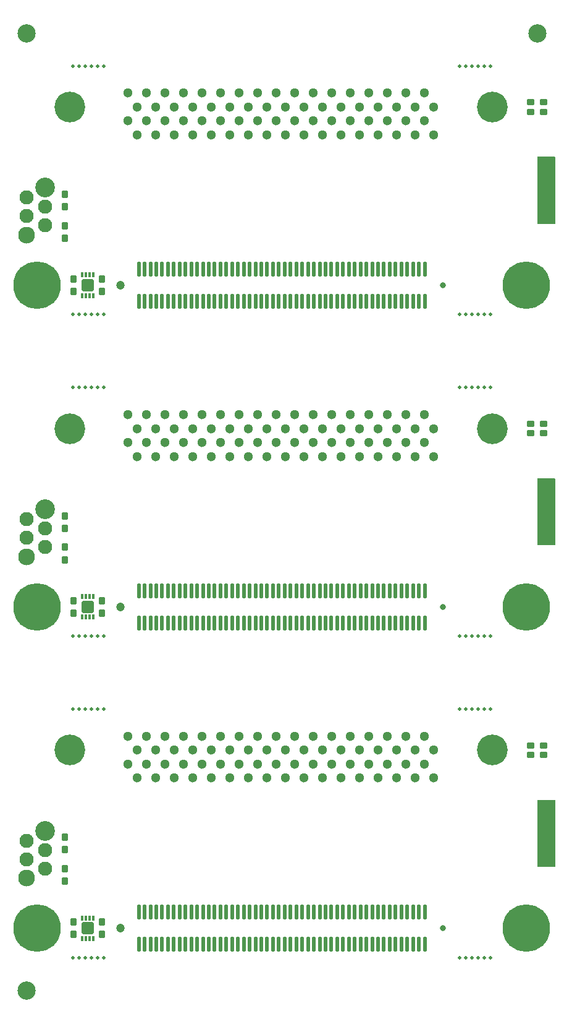
<source format=gts>
G04 #@! TF.GenerationSoftware,KiCad,Pcbnew,8.0.6*
G04 #@! TF.CreationDate,2024-11-07T02:27:43-08:00*
G04 #@! TF.ProjectId,mse-68-hd-panel,6d73652d-3638-42d6-9864-2d70616e656c,1*
G04 #@! TF.SameCoordinates,Original*
G04 #@! TF.FileFunction,Soldermask,Top*
G04 #@! TF.FilePolarity,Negative*
%FSLAX46Y46*%
G04 Gerber Fmt 4.6, Leading zero omitted, Abs format (unit mm)*
G04 Created by KiCad (PCBNEW 8.0.6) date 2024-11-07 02:27:43*
%MOMM*%
%LPD*%
G01*
G04 APERTURE LIST*
G04 Aperture macros list*
%AMRoundRect*
0 Rectangle with rounded corners*
0 $1 Rounding radius*
0 $2 $3 $4 $5 $6 $7 $8 $9 X,Y pos of 4 corners*
0 Add a 4 corners polygon primitive as box body*
4,1,4,$2,$3,$4,$5,$6,$7,$8,$9,$2,$3,0*
0 Add four circle primitives for the rounded corners*
1,1,$1+$1,$2,$3*
1,1,$1+$1,$4,$5*
1,1,$1+$1,$6,$7*
1,1,$1+$1,$8,$9*
0 Add four rect primitives between the rounded corners*
20,1,$1+$1,$2,$3,$4,$5,0*
20,1,$1+$1,$4,$5,$6,$7,0*
20,1,$1+$1,$6,$7,$8,$9,0*
20,1,$1+$1,$8,$9,$2,$3,0*%
G04 Aperture macros list end*
%ADD10C,0.500000*%
%ADD11RoundRect,0.225000X-0.225000X0.275000X-0.225000X-0.275000X0.225000X-0.275000X0.225000X0.275000X0*%
%ADD12C,2.300000*%
%ADD13C,2.700000*%
%ADD14C,1.950000*%
%ADD15RoundRect,0.062500X0.137500X-0.287500X0.137500X0.287500X-0.137500X0.287500X-0.137500X-0.287500X0*%
%ADD16RoundRect,0.265625X0.584375X-0.584375X0.584375X0.584375X-0.584375X0.584375X-0.584375X-0.584375X0*%
%ADD17C,2.500000*%
%ADD18RoundRect,0.225000X0.225000X-0.275000X0.225000X0.275000X-0.225000X0.275000X-0.225000X-0.275000X0*%
%ADD19RoundRect,0.225000X-0.275000X-0.225000X0.275000X-0.225000X0.275000X0.225000X-0.275000X0.225000X0*%
%ADD20C,6.500000*%
%ADD21RoundRect,0.225000X0.275000X0.225000X-0.275000X0.225000X-0.275000X-0.225000X0.275000X-0.225000X0*%
%ADD22C,0.800000*%
%ADD23C,1.200000*%
%ADD24RoundRect,0.125000X0.125000X0.925000X-0.125000X0.925000X-0.125000X-0.925000X0.125000X-0.925000X0*%
%ADD25C,1.300000*%
%ADD26C,4.200000*%
G04 APERTURE END LIST*
D10*
G04 #@! TO.C,KiKit_MB_2_5*
X-62739400Y129002000D03*
G04 #@! TD*
G04 #@! TO.C,KiKit_MB_1_2*
X-9739401Y95002000D03*
G04 #@! TD*
D11*
G04 #@! TO.C,R2*
X-67200000Y111452000D03*
X-67200000Y109752000D03*
G04 #@! TD*
D10*
G04 #@! TO.C,KiKit_MB_4_3*
X-63579800Y95002000D03*
G04 #@! TD*
G04 #@! TO.C,KiKit_MB_6_1*
X-66100999Y85002000D03*
G04 #@! TD*
D12*
G04 #@! TO.C,J3*
X-72440000Y61872000D03*
D13*
X-69900000Y68342000D03*
D14*
X-72440000Y67012000D03*
X-69900000Y65742000D03*
X-72440000Y64472000D03*
X-69900000Y63202000D03*
G04 #@! TD*
D10*
G04 #@! TO.C,KiKit_MB_2_3*
X-64420199Y129002000D03*
G04 #@! TD*
D15*
G04 #@! TO.C,U1*
X-64850001Y97602000D03*
X-64350000Y97602000D03*
X-63850000Y97602000D03*
X-63349999Y97602000D03*
X-63349999Y100402000D03*
X-63850000Y100402000D03*
X-64350000Y100402000D03*
X-64850001Y100402000D03*
D16*
X-64100000Y99002000D03*
G04 #@! TD*
D11*
G04 #@! TO.C,R2*
X-67200000Y23452000D03*
X-67200000Y21752000D03*
G04 #@! TD*
D10*
G04 #@! TO.C,KiKit_MB_3_6*
X-8899001Y129002000D03*
G04 #@! TD*
D17*
G04 #@! TO.C,KiKit_FID_T_3*
X-72500000Y2500000D03*
G04 #@! TD*
D10*
G04 #@! TO.C,KiKit_MB_12_1*
X-61899000Y7002000D03*
G04 #@! TD*
G04 #@! TO.C,KiKit_MB_5_2*
X-9739401Y51002000D03*
G04 #@! TD*
G04 #@! TO.C,KiKit_MB_12_2*
X-62739400Y7002000D03*
G04 #@! TD*
G04 #@! TO.C,KiKit_MB_7_5*
X-9739401Y85002000D03*
G04 #@! TD*
D17*
G04 #@! TO.C,KiKit_FID_T_1*
X-72500000Y133503500D03*
G04 #@! TD*
D10*
G04 #@! TO.C,KiKit_MB_4_5*
X-65260599Y95002000D03*
G04 #@! TD*
G04 #@! TO.C,KiKit_MB_10_2*
X-65260599Y41002000D03*
G04 #@! TD*
D15*
G04 #@! TO.C,U1*
X-64850001Y9602000D03*
X-64350000Y9602000D03*
X-63850000Y9602000D03*
X-63349999Y9602000D03*
X-63349999Y12402000D03*
X-63850000Y12402000D03*
X-64350000Y12402000D03*
X-64850001Y12402000D03*
D16*
X-64100000Y11002000D03*
G04 #@! TD*
D10*
G04 #@! TO.C,KiKit_MB_10_1*
X-66100999Y41002000D03*
G04 #@! TD*
D18*
G04 #@! TO.C,R3*
X-67200000Y17452000D03*
X-67200000Y19152000D03*
G04 #@! TD*
G04 #@! TO.C,C1*
X-66050000Y54152000D03*
X-66050000Y55852000D03*
G04 #@! TD*
D10*
G04 #@! TO.C,KiKit_MB_7_3*
X-11420200Y85002000D03*
G04 #@! TD*
G04 #@! TO.C,KiKit_MB_5_4*
X-11420200Y51002000D03*
G04 #@! TD*
G04 #@! TO.C,KiKit_MB_10_4*
X-63579800Y41002000D03*
G04 #@! TD*
G04 #@! TO.C,KiKit_MB_11_2*
X-12260600Y41002000D03*
G04 #@! TD*
D18*
G04 #@! TO.C,R3*
X-67200000Y105452000D03*
X-67200000Y107152000D03*
G04 #@! TD*
D10*
G04 #@! TO.C,KiKit_MB_5_1*
X-8899001Y51002000D03*
G04 #@! TD*
G04 #@! TO.C,KiKit_MB_7_1*
X-13101000Y85002000D03*
G04 #@! TD*
D19*
G04 #@! TO.C,R4*
X-3350000Y34752000D03*
X-1650000Y34752000D03*
G04 #@! TD*
D10*
G04 #@! TO.C,KiKit_MB_5_3*
X-10579801Y51002000D03*
G04 #@! TD*
G04 #@! TO.C,KiKit_MB_10_6*
X-61899000Y41002000D03*
G04 #@! TD*
G04 #@! TO.C,KiKit_MB_8_5*
X-65260599Y51002000D03*
G04 #@! TD*
D20*
G04 #@! TO.C,H4*
X-4000000Y99002000D03*
G04 #@! TD*
D10*
G04 #@! TO.C,KiKit_MB_11_1*
X-13101000Y41002000D03*
G04 #@! TD*
D21*
G04 #@! TO.C,C2*
X-1650000Y80052000D03*
X-3350000Y80052000D03*
G04 #@! TD*
D10*
G04 #@! TO.C,KiKit_MB_6_3*
X-64420199Y85002000D03*
G04 #@! TD*
D20*
G04 #@! TO.C,H4*
X-4000000Y11002000D03*
G04 #@! TD*
D10*
G04 #@! TO.C,KiKit_MB_12_5*
X-65260599Y7002000D03*
G04 #@! TD*
D18*
G04 #@! TO.C,C1*
X-66050000Y98152000D03*
X-66050000Y99852000D03*
G04 #@! TD*
D12*
G04 #@! TO.C,J3*
X-72440000Y17872000D03*
D13*
X-69900000Y24342000D03*
D14*
X-72440000Y23012000D03*
X-69900000Y21742000D03*
X-72440000Y20472000D03*
X-69900000Y19202000D03*
G04 #@! TD*
D10*
G04 #@! TO.C,KiKit_MB_6_4*
X-63579800Y85002000D03*
G04 #@! TD*
D22*
G04 #@! TO.C,J1*
X-15400000Y11002000D03*
D23*
X-59600000Y11002000D03*
D24*
X-57100000Y8802000D03*
X-57100000Y13202000D03*
X-56300000Y8802001D03*
X-56300000Y13201999D03*
X-55500000Y8802000D03*
X-55500000Y13202000D03*
X-54700001Y8802000D03*
X-54700001Y13202000D03*
X-53900000Y8802000D03*
X-53900000Y13202000D03*
X-53100000Y8802000D03*
X-53100000Y13202000D03*
X-52299999Y8802000D03*
X-52299999Y13202000D03*
X-51500000Y8802000D03*
X-51500000Y13202000D03*
X-50700000Y8802001D03*
X-50700000Y13201999D03*
X-49900000Y8802000D03*
X-49900000Y13202000D03*
X-49100000Y8802000D03*
X-49100000Y13202000D03*
X-48300000Y8802000D03*
X-48300000Y13202000D03*
X-47500000Y8802000D03*
X-47500000Y13202000D03*
X-46699999Y8802000D03*
X-46699999Y13202000D03*
X-45900000Y8802000D03*
X-45900000Y13202000D03*
X-45100000Y8802001D03*
X-45100000Y13201999D03*
X-44300000Y8802000D03*
X-44300000Y13202000D03*
X-43500000Y8802000D03*
X-43500000Y13202000D03*
X-42700000Y8802000D03*
X-42700000Y13202000D03*
X-41900000Y8802000D03*
X-41900000Y13202000D03*
X-41099999Y8802000D03*
X-41099999Y13202000D03*
X-40300000Y8802000D03*
X-40300000Y13202000D03*
X-39500000Y8802001D03*
X-39500000Y13201999D03*
X-38700000Y8802000D03*
X-38700000Y13202000D03*
X-37900000Y8802000D03*
X-37900000Y13202000D03*
X-37100000Y8802000D03*
X-37100000Y13202000D03*
X-36300000Y8802000D03*
X-36300000Y13202000D03*
X-35500000Y8802001D03*
X-35500000Y13201999D03*
X-34700000Y8802000D03*
X-34700000Y13202000D03*
X-33900001Y8802000D03*
X-33900001Y13202000D03*
X-33100000Y8802000D03*
X-33100000Y13202000D03*
X-32300000Y8802000D03*
X-32300000Y13202000D03*
X-31500000Y8802000D03*
X-31500000Y13202000D03*
X-30700000Y8802000D03*
X-30700000Y13202000D03*
X-29900000Y8802001D03*
X-29900000Y13201999D03*
X-29100000Y8802000D03*
X-29100000Y13202000D03*
X-28300001Y8802000D03*
X-28300001Y13202000D03*
X-27500000Y8802000D03*
X-27500000Y13202000D03*
X-26700000Y8802000D03*
X-26700000Y13202000D03*
X-25900000Y8802000D03*
X-25900000Y13202000D03*
X-25100000Y8802000D03*
X-25100000Y13202000D03*
X-24300000Y8802001D03*
X-24300000Y13201999D03*
X-23500000Y8802000D03*
X-23500000Y13202000D03*
X-22700001Y8802000D03*
X-22700001Y13202000D03*
X-21900000Y8802000D03*
X-21900000Y13202000D03*
X-21100000Y8802000D03*
X-21100000Y13202000D03*
X-20299999Y8802000D03*
X-20299999Y13202000D03*
X-19500000Y8802000D03*
X-19500000Y13202000D03*
X-18700000Y8802001D03*
X-18700000Y13201999D03*
X-17900000Y8802000D03*
X-17900000Y13202000D03*
G04 #@! TD*
D20*
G04 #@! TO.C,H3*
X-71000000Y11002000D03*
G04 #@! TD*
D22*
G04 #@! TO.C,J1*
X-15400000Y99002000D03*
D23*
X-59600000Y99002000D03*
D24*
X-57100000Y96802000D03*
X-57100000Y101202000D03*
X-56300000Y96802001D03*
X-56300000Y101201999D03*
X-55500000Y96802000D03*
X-55500000Y101202000D03*
X-54700001Y96802000D03*
X-54700001Y101202000D03*
X-53900000Y96802000D03*
X-53900000Y101202000D03*
X-53100000Y96802000D03*
X-53100000Y101202000D03*
X-52299999Y96802000D03*
X-52299999Y101202000D03*
X-51500000Y96802000D03*
X-51500000Y101202000D03*
X-50700000Y96802001D03*
X-50700000Y101201999D03*
X-49900000Y96802000D03*
X-49900000Y101202000D03*
X-49100000Y96802000D03*
X-49100000Y101202000D03*
X-48300000Y96802000D03*
X-48300000Y101202000D03*
X-47500000Y96802000D03*
X-47500000Y101202000D03*
X-46699999Y96802000D03*
X-46699999Y101202000D03*
X-45900000Y96802000D03*
X-45900000Y101202000D03*
X-45100000Y96802001D03*
X-45100000Y101201999D03*
X-44300000Y96802000D03*
X-44300000Y101202000D03*
X-43500000Y96802000D03*
X-43500000Y101202000D03*
X-42700000Y96802000D03*
X-42700000Y101202000D03*
X-41900000Y96802000D03*
X-41900000Y101202000D03*
X-41099999Y96802000D03*
X-41099999Y101202000D03*
X-40300000Y96802000D03*
X-40300000Y101202000D03*
X-39500000Y96802001D03*
X-39500000Y101201999D03*
X-38700000Y96802000D03*
X-38700000Y101202000D03*
X-37900000Y96802000D03*
X-37900000Y101202000D03*
X-37100000Y96802000D03*
X-37100000Y101202000D03*
X-36300000Y96802000D03*
X-36300000Y101202000D03*
X-35500000Y96802001D03*
X-35500000Y101201999D03*
X-34700000Y96802000D03*
X-34700000Y101202000D03*
X-33900001Y96802000D03*
X-33900001Y101202000D03*
X-33100000Y96802000D03*
X-33100000Y101202000D03*
X-32300000Y96802000D03*
X-32300000Y101202000D03*
X-31500000Y96802000D03*
X-31500000Y101202000D03*
X-30700000Y96802000D03*
X-30700000Y101202000D03*
X-29900000Y96802001D03*
X-29900000Y101201999D03*
X-29100000Y96802000D03*
X-29100000Y101202000D03*
X-28300001Y96802000D03*
X-28300001Y101202000D03*
X-27500000Y96802000D03*
X-27500000Y101202000D03*
X-26700000Y96802000D03*
X-26700000Y101202000D03*
X-25900000Y96802000D03*
X-25900000Y101202000D03*
X-25100000Y96802000D03*
X-25100000Y101202000D03*
X-24300000Y96802001D03*
X-24300000Y101201999D03*
X-23500000Y96802000D03*
X-23500000Y101202000D03*
X-22700001Y96802000D03*
X-22700001Y101202000D03*
X-21900000Y96802000D03*
X-21900000Y101202000D03*
X-21100000Y96802000D03*
X-21100000Y101202000D03*
X-20299999Y96802000D03*
X-20299999Y101202000D03*
X-19500000Y96802000D03*
X-19500000Y101202000D03*
X-18700000Y96802001D03*
X-18700000Y101201999D03*
X-17900000Y96802000D03*
X-17900000Y101202000D03*
G04 #@! TD*
D10*
G04 #@! TO.C,KiKit_MB_6_2*
X-65260599Y85002000D03*
G04 #@! TD*
D11*
G04 #@! TO.C,R2*
X-67200000Y67452000D03*
X-67200000Y65752000D03*
G04 #@! TD*
D10*
G04 #@! TO.C,KiKit_MB_3_1*
X-13101000Y129002000D03*
G04 #@! TD*
G04 #@! TO.C,KiKit_MB_7_4*
X-10579801Y85002000D03*
G04 #@! TD*
G04 #@! TO.C,KiKit_MB_8_3*
X-63579800Y51002000D03*
G04 #@! TD*
D22*
G04 #@! TO.C,J1*
X-15400000Y55002000D03*
D23*
X-59600000Y55002000D03*
D24*
X-57100000Y52802000D03*
X-57100000Y57202000D03*
X-56300000Y52802001D03*
X-56300000Y57201999D03*
X-55500000Y52802000D03*
X-55500000Y57202000D03*
X-54700001Y52802000D03*
X-54700001Y57202000D03*
X-53900000Y52802000D03*
X-53900000Y57202000D03*
X-53100000Y52802000D03*
X-53100000Y57202000D03*
X-52299999Y52802000D03*
X-52299999Y57202000D03*
X-51500000Y52802000D03*
X-51500000Y57202000D03*
X-50700000Y52802001D03*
X-50700000Y57201999D03*
X-49900000Y52802000D03*
X-49900000Y57202000D03*
X-49100000Y52802000D03*
X-49100000Y57202000D03*
X-48300000Y52802000D03*
X-48300000Y57202000D03*
X-47500000Y52802000D03*
X-47500000Y57202000D03*
X-46699999Y52802000D03*
X-46699999Y57202000D03*
X-45900000Y52802000D03*
X-45900000Y57202000D03*
X-45100000Y52802001D03*
X-45100000Y57201999D03*
X-44300000Y52802000D03*
X-44300000Y57202000D03*
X-43500000Y52802000D03*
X-43500000Y57202000D03*
X-42700000Y52802000D03*
X-42700000Y57202000D03*
X-41900000Y52802000D03*
X-41900000Y57202000D03*
X-41099999Y52802000D03*
X-41099999Y57202000D03*
X-40300000Y52802000D03*
X-40300000Y57202000D03*
X-39500000Y52802001D03*
X-39500000Y57201999D03*
X-38700000Y52802000D03*
X-38700000Y57202000D03*
X-37900000Y52802000D03*
X-37900000Y57202000D03*
X-37100000Y52802000D03*
X-37100000Y57202000D03*
X-36300000Y52802000D03*
X-36300000Y57202000D03*
X-35500000Y52802001D03*
X-35500000Y57201999D03*
X-34700000Y52802000D03*
X-34700000Y57202000D03*
X-33900001Y52802000D03*
X-33900001Y57202000D03*
X-33100000Y52802000D03*
X-33100000Y57202000D03*
X-32300000Y52802000D03*
X-32300000Y57202000D03*
X-31500000Y52802000D03*
X-31500000Y57202000D03*
X-30700000Y52802000D03*
X-30700000Y57202000D03*
X-29900000Y52802001D03*
X-29900000Y57201999D03*
X-29100000Y52802000D03*
X-29100000Y57202000D03*
X-28300001Y52802000D03*
X-28300001Y57202000D03*
X-27500000Y52802000D03*
X-27500000Y57202000D03*
X-26700000Y52802000D03*
X-26700000Y57202000D03*
X-25900000Y52802000D03*
X-25900000Y57202000D03*
X-25100000Y52802000D03*
X-25100000Y57202000D03*
X-24300000Y52802001D03*
X-24300000Y57201999D03*
X-23500000Y52802000D03*
X-23500000Y57202000D03*
X-22700001Y52802000D03*
X-22700001Y57202000D03*
X-21900000Y52802000D03*
X-21900000Y57202000D03*
X-21100000Y52802000D03*
X-21100000Y57202000D03*
X-20299999Y52802000D03*
X-20299999Y57202000D03*
X-19500000Y52802000D03*
X-19500000Y57202000D03*
X-18700000Y52802001D03*
X-18700000Y57201999D03*
X-17900000Y52802000D03*
X-17900000Y57202000D03*
G04 #@! TD*
D10*
G04 #@! TO.C,KiKit_MB_9_5*
X-12260600Y7002000D03*
G04 #@! TD*
G04 #@! TO.C,KiKit_MB_1_1*
X-8899001Y95002000D03*
G04 #@! TD*
D18*
G04 #@! TO.C,R1*
X-62150000Y98152000D03*
X-62150000Y99852000D03*
G04 #@! TD*
D25*
G04 #@! TO.C,J4*
X-58550000Y121486001D03*
X-57280000Y119581000D03*
X-56010000Y121486001D03*
X-54739999Y119581000D03*
X-53470000Y121486001D03*
X-52199999Y119581000D03*
X-50930000Y121486000D03*
X-49659999Y119581000D03*
X-48390000Y121486001D03*
X-47119999Y119581000D03*
X-45850000Y121486001D03*
X-44579998Y119581000D03*
X-43310000Y121486001D03*
X-42039999Y119581000D03*
X-40770000Y121486000D03*
X-39499999Y119581000D03*
X-38230000Y121486000D03*
X-36959999Y119581000D03*
X-35690000Y121486001D03*
X-34420000Y119581000D03*
X-33150000Y121486001D03*
X-31879999Y119581000D03*
X-30610000Y121486001D03*
X-29339999Y119581000D03*
X-28070000Y121486000D03*
X-26799999Y119581000D03*
X-25530000Y121486001D03*
X-24259999Y119581000D03*
X-22990000Y121486001D03*
X-21719998Y119581000D03*
X-20450000Y121486001D03*
X-19179999Y119581000D03*
X-17910000Y121486000D03*
X-16639999Y119581000D03*
X-58550000Y125296000D03*
X-57280000Y123391000D03*
X-56010000Y125296000D03*
X-54740000Y123391000D03*
X-53470000Y125296000D03*
X-52200000Y123391000D03*
X-50930000Y125296000D03*
X-49660000Y123391000D03*
X-48390000Y125296000D03*
X-47120000Y123391000D03*
X-45850000Y125296000D03*
X-44580000Y123391000D03*
X-43310000Y125296000D03*
X-42040000Y123391000D03*
X-40770000Y125296000D03*
X-39500000Y123391000D03*
X-38230000Y125296000D03*
X-36960000Y123391000D03*
X-35690000Y125296000D03*
X-34420000Y123391000D03*
X-33150000Y125296000D03*
X-31880000Y123391000D03*
X-30610000Y125296000D03*
X-29340000Y123391000D03*
X-28070000Y125296000D03*
X-26800000Y123391000D03*
X-25530000Y125296000D03*
X-24260000Y123391000D03*
X-22990000Y125296000D03*
X-21720000Y123391000D03*
X-20450000Y125296000D03*
X-19180000Y123391000D03*
X-17910000Y125296000D03*
X-16640000Y123391000D03*
D26*
X-8639000Y123391000D03*
X-66550000Y123391000D03*
G04 #@! TD*
D10*
G04 #@! TO.C,KiKit_MB_8_2*
X-62739400Y51002000D03*
G04 #@! TD*
D20*
G04 #@! TO.C,H3*
X-71000000Y99002000D03*
G04 #@! TD*
D10*
G04 #@! TO.C,KiKit_MB_3_4*
X-10579801Y129002000D03*
G04 #@! TD*
D19*
G04 #@! TO.C,R4*
X-3350000Y122752000D03*
X-1650000Y122752000D03*
G04 #@! TD*
D10*
G04 #@! TO.C,KiKit_MB_8_1*
X-61899000Y51002000D03*
G04 #@! TD*
G04 #@! TO.C,KiKit_MB_8_4*
X-64420199Y51002000D03*
G04 #@! TD*
D25*
G04 #@! TO.C,J4*
X-58550000Y33486001D03*
X-57280000Y31581000D03*
X-56010000Y33486001D03*
X-54739999Y31581000D03*
X-53470000Y33486001D03*
X-52199999Y31581000D03*
X-50930000Y33486000D03*
X-49659999Y31581000D03*
X-48390000Y33486001D03*
X-47119999Y31581000D03*
X-45850000Y33486001D03*
X-44579998Y31581000D03*
X-43310000Y33486001D03*
X-42039999Y31581000D03*
X-40770000Y33486000D03*
X-39499999Y31581000D03*
X-38230000Y33486000D03*
X-36959999Y31581000D03*
X-35690000Y33486001D03*
X-34420000Y31581000D03*
X-33150000Y33486001D03*
X-31879999Y31581000D03*
X-30610000Y33486001D03*
X-29339999Y31581000D03*
X-28070000Y33486000D03*
X-26799999Y31581000D03*
X-25530000Y33486001D03*
X-24259999Y31581000D03*
X-22990000Y33486001D03*
X-21719998Y31581000D03*
X-20450000Y33486001D03*
X-19179999Y31581000D03*
X-17910000Y33486000D03*
X-16639999Y31581000D03*
X-58550000Y37296000D03*
X-57280000Y35391000D03*
X-56010000Y37296000D03*
X-54740000Y35391000D03*
X-53470000Y37296000D03*
X-52200000Y35391000D03*
X-50930000Y37296000D03*
X-49660000Y35391000D03*
X-48390000Y37296000D03*
X-47120000Y35391000D03*
X-45850000Y37296000D03*
X-44580000Y35391000D03*
X-43310000Y37296000D03*
X-42040000Y35391000D03*
X-40770000Y37296000D03*
X-39500000Y35391000D03*
X-38230000Y37296000D03*
X-36960000Y35391000D03*
X-35690000Y37296000D03*
X-34420000Y35391000D03*
X-33150000Y37296000D03*
X-31880000Y35391000D03*
X-30610000Y37296000D03*
X-29340000Y35391000D03*
X-28070000Y37296000D03*
X-26800000Y35391000D03*
X-25530000Y37296000D03*
X-24260000Y35391000D03*
X-22990000Y37296000D03*
X-21720000Y35391000D03*
X-20450000Y37296000D03*
X-19180000Y35391000D03*
X-17910000Y37296000D03*
X-16640000Y35391000D03*
D26*
X-8639000Y35391000D03*
X-66550000Y35391000D03*
G04 #@! TD*
D18*
G04 #@! TO.C,R1*
X-62150000Y10152000D03*
X-62150000Y11852000D03*
G04 #@! TD*
D19*
G04 #@! TO.C,R4*
X-3350000Y78752000D03*
X-1650000Y78752000D03*
G04 #@! TD*
D10*
G04 #@! TO.C,KiKit_MB_11_4*
X-10579801Y41002000D03*
G04 #@! TD*
G04 #@! TO.C,KiKit_MB_9_1*
X-8899001Y7002000D03*
G04 #@! TD*
D15*
G04 #@! TO.C,U1*
X-64850001Y53602000D03*
X-64350000Y53602000D03*
X-63850000Y53602000D03*
X-63349999Y53602000D03*
X-63349999Y56402000D03*
X-63850000Y56402000D03*
X-64350000Y56402000D03*
X-64850001Y56402000D03*
D16*
X-64100000Y55002000D03*
G04 #@! TD*
D10*
G04 #@! TO.C,KiKit_MB_2_1*
X-66100999Y129002000D03*
G04 #@! TD*
G04 #@! TO.C,KiKit_MB_7_2*
X-12260600Y85002000D03*
G04 #@! TD*
D20*
G04 #@! TO.C,H4*
X-4000000Y55002000D03*
G04 #@! TD*
G04 #@! TO.C,H3*
X-71000000Y55002000D03*
G04 #@! TD*
D10*
G04 #@! TO.C,KiKit_MB_2_4*
X-63579800Y129002000D03*
G04 #@! TD*
G04 #@! TO.C,KiKit_MB_4_1*
X-61899000Y95002000D03*
G04 #@! TD*
G04 #@! TO.C,KiKit_MB_10_3*
X-64420199Y41002000D03*
G04 #@! TD*
G04 #@! TO.C,KiKit_MB_7_6*
X-8899001Y85002000D03*
G04 #@! TD*
G04 #@! TO.C,KiKit_MB_6_5*
X-62739400Y85002000D03*
G04 #@! TD*
G04 #@! TO.C,KiKit_MB_12_6*
X-66100999Y7002000D03*
G04 #@! TD*
G04 #@! TO.C,KiKit_MB_5_6*
X-13101000Y51002000D03*
G04 #@! TD*
G04 #@! TO.C,KiKit_MB_11_3*
X-11420200Y41002000D03*
G04 #@! TD*
G04 #@! TO.C,KiKit_MB_1_4*
X-11420200Y95002000D03*
G04 #@! TD*
G04 #@! TO.C,KiKit_MB_1_6*
X-13101000Y95002000D03*
G04 #@! TD*
G04 #@! TO.C,KiKit_MB_5_5*
X-12260600Y51002000D03*
G04 #@! TD*
G04 #@! TO.C,KiKit_MB_4_2*
X-62739400Y95002000D03*
G04 #@! TD*
G04 #@! TO.C,KiKit_MB_1_3*
X-10579801Y95002000D03*
G04 #@! TD*
G04 #@! TO.C,KiKit_MB_2_6*
X-61899000Y129002000D03*
G04 #@! TD*
G04 #@! TO.C,KiKit_MB_6_6*
X-61899000Y85002000D03*
G04 #@! TD*
G04 #@! TO.C,KiKit_MB_9_3*
X-10579801Y7002000D03*
G04 #@! TD*
D12*
G04 #@! TO.C,J3*
X-72440000Y105872000D03*
D13*
X-69900000Y112342000D03*
D14*
X-72440000Y111012000D03*
X-69900000Y109742000D03*
X-72440000Y108472000D03*
X-69900000Y107202000D03*
G04 #@! TD*
D10*
G04 #@! TO.C,KiKit_MB_8_6*
X-66100999Y51002000D03*
G04 #@! TD*
D18*
G04 #@! TO.C,C1*
X-66050000Y10152000D03*
X-66050000Y11852000D03*
G04 #@! TD*
D10*
G04 #@! TO.C,KiKit_MB_12_3*
X-63579800Y7002000D03*
G04 #@! TD*
D21*
G04 #@! TO.C,C2*
X-1650000Y124052000D03*
X-3350000Y124052000D03*
G04 #@! TD*
D10*
G04 #@! TO.C,KiKit_MB_1_5*
X-12260600Y95002000D03*
G04 #@! TD*
G04 #@! TO.C,KiKit_MB_3_3*
X-11420200Y129002000D03*
G04 #@! TD*
G04 #@! TO.C,KiKit_MB_4_4*
X-64420199Y95002000D03*
G04 #@! TD*
G04 #@! TO.C,KiKit_MB_12_4*
X-64420199Y7002000D03*
G04 #@! TD*
D18*
G04 #@! TO.C,R3*
X-67200000Y61452000D03*
X-67200000Y63152000D03*
G04 #@! TD*
D10*
G04 #@! TO.C,KiKit_MB_3_5*
X-9739401Y129002000D03*
G04 #@! TD*
G04 #@! TO.C,KiKit_MB_2_2*
X-65260599Y129002000D03*
G04 #@! TD*
D25*
G04 #@! TO.C,J4*
X-58550000Y77486001D03*
X-57280000Y75581000D03*
X-56010000Y77486001D03*
X-54739999Y75581000D03*
X-53470000Y77486001D03*
X-52199999Y75581000D03*
X-50930000Y77486000D03*
X-49659999Y75581000D03*
X-48390000Y77486001D03*
X-47119999Y75581000D03*
X-45850000Y77486001D03*
X-44579998Y75581000D03*
X-43310000Y77486001D03*
X-42039999Y75581000D03*
X-40770000Y77486000D03*
X-39499999Y75581000D03*
X-38230000Y77486000D03*
X-36959999Y75581000D03*
X-35690000Y77486001D03*
X-34420000Y75581000D03*
X-33150000Y77486001D03*
X-31879999Y75581000D03*
X-30610000Y77486001D03*
X-29339999Y75581000D03*
X-28070000Y77486000D03*
X-26799999Y75581000D03*
X-25530000Y77486001D03*
X-24259999Y75581000D03*
X-22990000Y77486001D03*
X-21719998Y75581000D03*
X-20450000Y77486001D03*
X-19179999Y75581000D03*
X-17910000Y77486000D03*
X-16639999Y75581000D03*
X-58550000Y81296000D03*
X-57280000Y79391000D03*
X-56010000Y81296000D03*
X-54740000Y79391000D03*
X-53470000Y81296000D03*
X-52200000Y79391000D03*
X-50930000Y81296000D03*
X-49660000Y79391000D03*
X-48390000Y81296000D03*
X-47120000Y79391000D03*
X-45850000Y81296000D03*
X-44580000Y79391000D03*
X-43310000Y81296000D03*
X-42040000Y79391000D03*
X-40770000Y81296000D03*
X-39500000Y79391000D03*
X-38230000Y81296000D03*
X-36960000Y79391000D03*
X-35690000Y81296000D03*
X-34420000Y79391000D03*
X-33150000Y81296000D03*
X-31880000Y79391000D03*
X-30610000Y81296000D03*
X-29340000Y79391000D03*
X-28070000Y81296000D03*
X-26800000Y79391000D03*
X-25530000Y81296000D03*
X-24260000Y79391000D03*
X-22990000Y81296000D03*
X-21720000Y79391000D03*
X-20450000Y81296000D03*
X-19180000Y79391000D03*
X-17910000Y81296000D03*
X-16640000Y79391000D03*
D26*
X-8639000Y79391000D03*
X-66550000Y79391000D03*
G04 #@! TD*
D21*
G04 #@! TO.C,C2*
X-1650000Y36052000D03*
X-3350000Y36052000D03*
G04 #@! TD*
D10*
G04 #@! TO.C,KiKit_MB_11_5*
X-9739401Y41002000D03*
G04 #@! TD*
G04 #@! TO.C,KiKit_MB_4_6*
X-66100999Y95002000D03*
G04 #@! TD*
G04 #@! TO.C,KiKit_MB_11_6*
X-8899001Y41002000D03*
G04 #@! TD*
G04 #@! TO.C,KiKit_MB_9_4*
X-11420200Y7002000D03*
G04 #@! TD*
G04 #@! TO.C,KiKit_MB_3_2*
X-12260600Y129002000D03*
G04 #@! TD*
G04 #@! TO.C,KiKit_MB_10_5*
X-62739400Y41002000D03*
G04 #@! TD*
G04 #@! TO.C,KiKit_MB_9_6*
X-13101000Y7002000D03*
G04 #@! TD*
G04 #@! TO.C,KiKit_MB_9_2*
X-9739401Y7002000D03*
G04 #@! TD*
D17*
G04 #@! TO.C,KiKit_FID_T_2*
X-2500000Y133503500D03*
G04 #@! TD*
D18*
G04 #@! TO.C,R1*
X-62150000Y54152000D03*
X-62150000Y55852000D03*
G04 #@! TD*
G36*
X-56961Y72582315D02*
G01*
X-11206Y72529511D01*
X0Y72478000D01*
X0Y63526000D01*
X-19685Y63458961D01*
X-72489Y63413206D01*
X-124000Y63402000D01*
X-2376000Y63402000D01*
X-2443039Y63421685D01*
X-2488794Y63474489D01*
X-2500000Y63526000D01*
X-2500000Y72478000D01*
X-2480315Y72545039D01*
X-2427511Y72590794D01*
X-2376000Y72602000D01*
X-124000Y72602000D01*
X-56961Y72582315D01*
G37*
G36*
X-56961Y28582315D02*
G01*
X-11206Y28529511D01*
X0Y28478000D01*
X0Y19526000D01*
X-19685Y19458961D01*
X-72489Y19413206D01*
X-124000Y19402000D01*
X-2376000Y19402000D01*
X-2443039Y19421685D01*
X-2488794Y19474489D01*
X-2500000Y19526000D01*
X-2500000Y28478000D01*
X-2480315Y28545039D01*
X-2427511Y28590794D01*
X-2376000Y28602000D01*
X-124000Y28602000D01*
X-56961Y28582315D01*
G37*
G36*
X-56961Y116582315D02*
G01*
X-11206Y116529511D01*
X0Y116478000D01*
X0Y107526000D01*
X-19685Y107458961D01*
X-72489Y107413206D01*
X-124000Y107402000D01*
X-2376000Y107402000D01*
X-2443039Y107421685D01*
X-2488794Y107474489D01*
X-2500000Y107526000D01*
X-2500000Y116478000D01*
X-2480315Y116545039D01*
X-2427511Y116590794D01*
X-2376000Y116602000D01*
X-124000Y116602000D01*
X-56961Y116582315D01*
G37*
M02*

</source>
